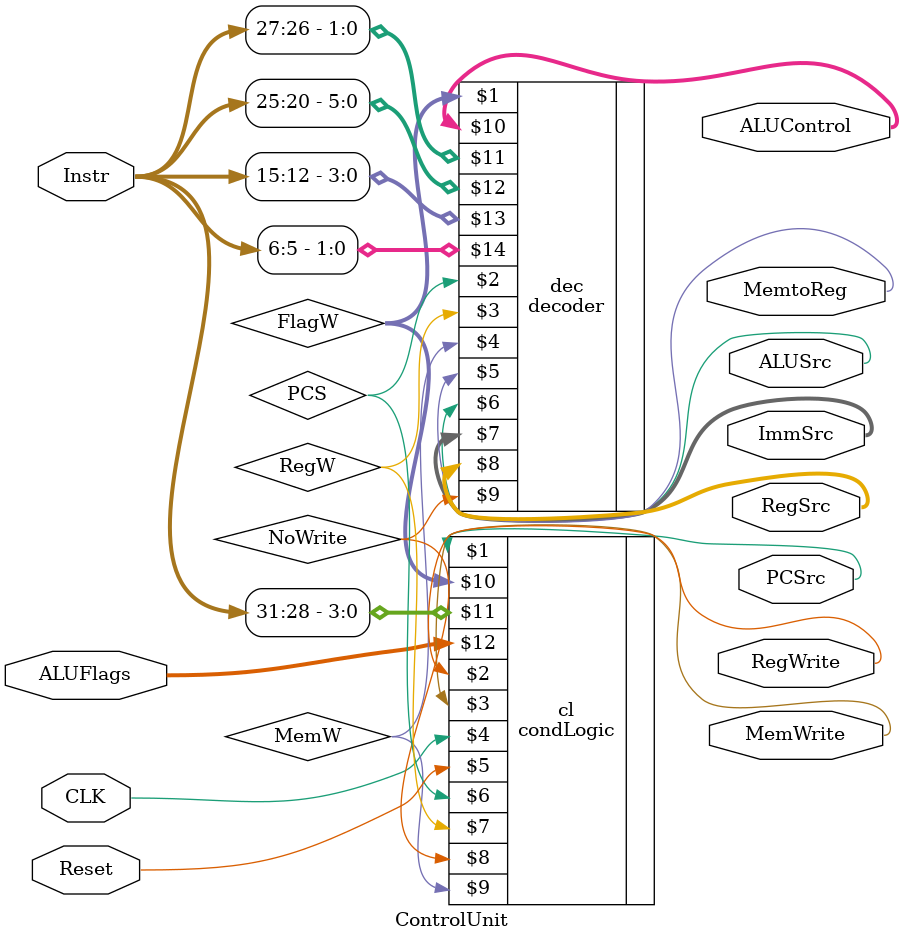
<source format=sv>
module ControlUnit(input logic CLK, 
						 input logic Reset,
						 input logic [31:5] Instr,
						 input logic [3:0] ALUFlags,
						 output logic [1:0]RegSrc,
						 output logic RegWrite,
						 output logic [1:0] ImmSrc,
						 output logic ALUSrc,
						 output logic [3:0] ALUControl,
						 output logic MemWrite,
						 output logic MemtoReg,
						 output logic PCSrc);

	logic [1:0] FlagW;
	
	logic PCS, RegW, MemW, NoWrite;

	decoder dec(FlagW, PCS, RegW, MemW, MemtoReg, ALUSrc, ImmSrc, RegSrc, NoWrite, ALUControl, Instr[27:26],Instr[25:20],Instr[15:12], Instr[6:5]);

	condLogic cl(PCSrc,RegWrite,MemWrite,CLK,Reset,PCS,RegW,NoWrite,MemW,FlagW,Instr[31:28],ALUFlags);

endmodule

</source>
